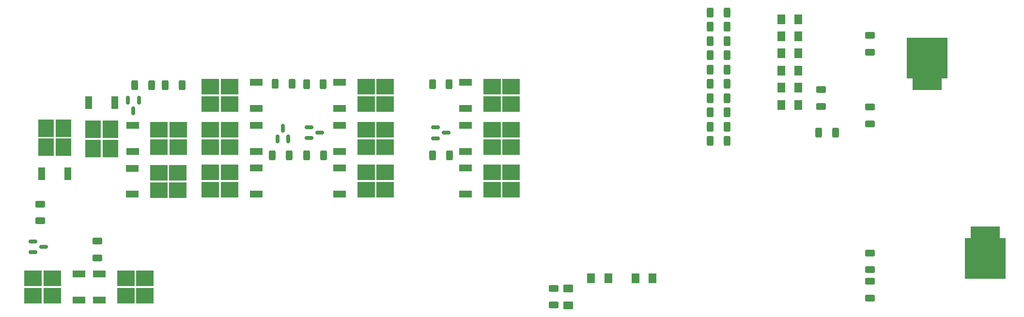
<source format=gbr>
%TF.GenerationSoftware,KiCad,Pcbnew,(6.0.0)*%
%TF.CreationDate,2022-05-14T16:49:07-07:00*%
%TF.ProjectId,Contrl Board GERBER,436f6e74-726c-4204-926f-617264204745,rev?*%
%TF.SameCoordinates,Original*%
%TF.FileFunction,Paste,Top*%
%TF.FilePolarity,Positive*%
%FSLAX46Y46*%
G04 Gerber Fmt 4.6, Leading zero omitted, Abs format (unit mm)*
G04 Created by KiCad (PCBNEW (6.0.0)) date 2022-05-14 16:49:07*
%MOMM*%
%LPD*%
G01*
G04 APERTURE LIST*
G04 Aperture macros list*
%AMRoundRect*
0 Rectangle with rounded corners*
0 $1 Rounding radius*
0 $2 $3 $4 $5 $6 $7 $8 $9 X,Y pos of 4 corners*
0 Add a 4 corners polygon primitive as box body*
4,1,4,$2,$3,$4,$5,$6,$7,$8,$9,$2,$3,0*
0 Add four circle primitives for the rounded corners*
1,1,$1+$1,$2,$3*
1,1,$1+$1,$4,$5*
1,1,$1+$1,$6,$7*
1,1,$1+$1,$8,$9*
0 Add four rect primitives between the rounded corners*
20,1,$1+$1,$2,$3,$4,$5,0*
20,1,$1+$1,$4,$5,$6,$7,0*
20,1,$1+$1,$6,$7,$8,$9,0*
20,1,$1+$1,$8,$9,$2,$3,0*%
%AMFreePoly0*
4,1,21,3.042426,3.042426,3.060000,3.000000,3.060000,-4.000000,3.042426,-4.042426,3.000000,-4.060000,2.060000,-4.060000,2.060000,-6.000000,2.042426,-6.042426,2.000000,-6.060000,-3.000000,-6.060000,-3.042426,-6.042426,-3.060000,-6.000000,-3.060000,-4.060000,-4.000000,-4.060000,-4.042426,-4.042426,-4.060000,-4.000000,-4.060000,3.000000,-4.042426,3.042426,-4.000000,3.060000,3.000000,3.060000,
3.042426,3.042426,3.042426,3.042426,$1*%
G04 Aperture macros list end*
%ADD10RoundRect,0.250001X0.462499X0.624999X-0.462499X0.624999X-0.462499X-0.624999X0.462499X-0.624999X0*%
%ADD11RoundRect,0.250000X0.625000X-0.312500X0.625000X0.312500X-0.625000X0.312500X-0.625000X-0.312500X0*%
%ADD12RoundRect,0.250000X-0.312500X-0.625000X0.312500X-0.625000X0.312500X0.625000X-0.312500X0.625000X0*%
%ADD13R,3.050000X2.750000*%
%ADD14R,2.200000X1.200000*%
%ADD15RoundRect,0.250000X0.312500X0.625000X-0.312500X0.625000X-0.312500X-0.625000X0.312500X-0.625000X0*%
%ADD16RoundRect,0.150000X-0.150000X0.587500X-0.150000X-0.587500X0.150000X-0.587500X0.150000X0.587500X0*%
%ADD17R,2.750000X3.050000*%
%ADD18R,1.200000X2.200000*%
%ADD19RoundRect,0.150000X-0.587500X-0.150000X0.587500X-0.150000X0.587500X0.150000X-0.587500X0.150000X0*%
%ADD20RoundRect,0.250000X-0.625000X0.312500X-0.625000X-0.312500X0.625000X-0.312500X0.625000X0.312500X0*%
%ADD21RoundRect,0.150000X0.150000X-0.587500X0.150000X0.587500X-0.150000X0.587500X-0.150000X-0.587500X0*%
%ADD22RoundRect,0.250001X-0.624999X0.462499X-0.624999X-0.462499X0.624999X-0.462499X0.624999X0.462499X0*%
%ADD23FreePoly0,180.000000*%
%ADD24FreePoly0,0.000000*%
G04 APERTURE END LIST*
D10*
%TO.C,D207*%
X157175000Y-25710000D03*
X154200000Y-25710000D03*
%TD*%
D11*
%TO.C,R142*%
X161180000Y-37992500D03*
X161180000Y-35067500D03*
%TD*%
D12*
%TO.C,R128*%
X141757500Y-39030000D03*
X144682500Y-39030000D03*
%TD*%
D11*
%TO.C,R98*%
X24680000Y-57992500D03*
X24680000Y-55067500D03*
%TD*%
%TO.C,R143*%
X169700000Y-28475000D03*
X169700000Y-25550000D03*
%TD*%
D12*
%TO.C,R127*%
X141757500Y-36530000D03*
X144682500Y-36530000D03*
%TD*%
D13*
%TO.C,Q33*%
X84975000Y-34525000D03*
X81625000Y-34525000D03*
X81625000Y-37575000D03*
X84975000Y-37575000D03*
D14*
X77000000Y-33770000D03*
X77000000Y-38330000D03*
%TD*%
D15*
%TO.C,R125*%
X68142500Y-46570000D03*
X65217500Y-46570000D03*
%TD*%
D16*
%TO.C,Q24*%
X41900000Y-36912500D03*
X40000000Y-36912500D03*
X40950000Y-38787500D03*
%TD*%
D13*
%TO.C,Q35*%
X81625000Y-52575000D03*
X84975000Y-52575000D03*
X81625000Y-49525000D03*
X84975000Y-49525000D03*
D14*
X77000000Y-48770000D03*
X77000000Y-53330000D03*
%TD*%
D12*
%TO.C,R100*%
X141757500Y-44030000D03*
X144682500Y-44030000D03*
%TD*%
D17*
%TO.C,Q23*%
X36950000Y-45325000D03*
X33900000Y-45325000D03*
X36950000Y-41975000D03*
X33900000Y-41975000D03*
D18*
X37705000Y-37350000D03*
X33145000Y-37350000D03*
%TD*%
D13*
%TO.C,Q31*%
X57775000Y-52575000D03*
X57775000Y-49525000D03*
X54425000Y-49525000D03*
X54425000Y-52575000D03*
D14*
X62400000Y-53330000D03*
X62400000Y-48770000D03*
%TD*%
D11*
%TO.C,R124*%
X114430000Y-72742500D03*
X114430000Y-69817500D03*
%TD*%
D10*
%TO.C,D213*%
X123937500Y-68050000D03*
X120962500Y-68050000D03*
%TD*%
D12*
%TO.C,R120*%
X141757500Y-31530000D03*
X144682500Y-31530000D03*
%TD*%
D19*
%TO.C,Q4*%
X23412500Y-61600000D03*
X23412500Y-63500000D03*
X25287500Y-62550000D03*
%TD*%
D12*
%TO.C,R119*%
X141757500Y-21530000D03*
X144682500Y-21530000D03*
%TD*%
D13*
%TO.C,Q38*%
X103625000Y-42025000D03*
X103625000Y-45075000D03*
X106975000Y-42025000D03*
X106975000Y-45075000D03*
D14*
X99000000Y-41270000D03*
X99000000Y-45830000D03*
%TD*%
D12*
%TO.C,R112*%
X141757500Y-24030000D03*
X144682500Y-24030000D03*
%TD*%
D10*
%TO.C,D210*%
X157175000Y-34710000D03*
X154200000Y-34710000D03*
%TD*%
D13*
%TO.C,Q39*%
X103625000Y-52575000D03*
X106975000Y-52575000D03*
X103625000Y-49525000D03*
X106975000Y-49525000D03*
D14*
X99000000Y-48770000D03*
X99000000Y-53330000D03*
%TD*%
D13*
%TO.C,Q34*%
X81625000Y-45075000D03*
X84975000Y-45075000D03*
X81625000Y-42025000D03*
X84975000Y-42025000D03*
D14*
X77000000Y-41270000D03*
X77000000Y-45830000D03*
%TD*%
D13*
%TO.C,Q1*%
X26775000Y-68025000D03*
X26775000Y-71075000D03*
X23425000Y-68025000D03*
X23425000Y-71075000D03*
D14*
X31400000Y-71830000D03*
X31400000Y-67270000D03*
%TD*%
D20*
%TO.C,R146*%
X169720000Y-63607500D03*
X169720000Y-66532500D03*
%TD*%
D12*
%TO.C,R131*%
X141757500Y-41530000D03*
X144682500Y-41530000D03*
%TD*%
D15*
%TO.C,R137*%
X96142500Y-34070000D03*
X93217500Y-34070000D03*
%TD*%
D13*
%TO.C,Q28*%
X57775000Y-34525000D03*
X54425000Y-34525000D03*
X54425000Y-37575000D03*
X57775000Y-37575000D03*
D14*
X62400000Y-38330000D03*
X62400000Y-33770000D03*
%TD*%
D15*
%TO.C,R129*%
X74142500Y-34070000D03*
X71217500Y-34070000D03*
%TD*%
D21*
%TO.C,Q32*%
X66150000Y-43637500D03*
X68050000Y-43637500D03*
X67100000Y-41762500D03*
%TD*%
D12*
%TO.C,R115*%
X46507500Y-34280000D03*
X49432500Y-34280000D03*
%TD*%
D11*
%TO.C,R97*%
X34680000Y-64492500D03*
X34680000Y-61567500D03*
%TD*%
D20*
%TO.C,R148*%
X169720000Y-38107500D03*
X169720000Y-41032500D03*
%TD*%
D12*
%TO.C,R130*%
X71257500Y-46530000D03*
X74182500Y-46530000D03*
%TD*%
D10*
%TO.C,D206*%
X157175000Y-22710000D03*
X154200000Y-22710000D03*
%TD*%
D13*
%TO.C,Q29*%
X57775000Y-45075000D03*
X54425000Y-42025000D03*
X57775000Y-42025000D03*
X54425000Y-45075000D03*
D14*
X62400000Y-45830000D03*
X62400000Y-41270000D03*
%TD*%
D13*
%TO.C,Q37*%
X103625000Y-37575000D03*
X106975000Y-34525000D03*
X106975000Y-37575000D03*
X103625000Y-34525000D03*
D14*
X99000000Y-33770000D03*
X99000000Y-38330000D03*
%TD*%
D19*
%TO.C,Q40*%
X93762500Y-41650000D03*
X93762500Y-43550000D03*
X95637500Y-42600000D03*
%TD*%
D17*
%TO.C,Q2*%
X25675000Y-45125000D03*
X28725000Y-41775000D03*
X28725000Y-45125000D03*
X25675000Y-41775000D03*
D18*
X24920000Y-49750000D03*
X29480000Y-49750000D03*
%TD*%
D19*
%TO.C,Q36*%
X71662500Y-41600000D03*
X71662500Y-43500000D03*
X73537500Y-42550000D03*
%TD*%
D12*
%TO.C,R126*%
X141757500Y-34030000D03*
X144682500Y-34030000D03*
%TD*%
%TO.C,R139*%
X160757500Y-42530000D03*
X163682500Y-42530000D03*
%TD*%
D22*
%TO.C,D212*%
X116950000Y-69812500D03*
X116950000Y-72787500D03*
%TD*%
D13*
%TO.C,Q20*%
X45425000Y-42050000D03*
X45425000Y-45100000D03*
X48775000Y-42050000D03*
X48775000Y-45100000D03*
D14*
X40800000Y-41295000D03*
X40800000Y-45855000D03*
%TD*%
D11*
%TO.C,R144*%
X169680000Y-71492500D03*
X169680000Y-68567500D03*
%TD*%
D12*
%TO.C,R108*%
X141757500Y-26530000D03*
X144682500Y-26530000D03*
%TD*%
D10*
%TO.C,D211*%
X157175000Y-37710000D03*
X154200000Y-37710000D03*
%TD*%
D12*
%TO.C,R123*%
X65757500Y-34030000D03*
X68682500Y-34030000D03*
%TD*%
D23*
%TO.C,Q42*%
X189300000Y-65050000D03*
%TD*%
D12*
%TO.C,R104*%
X141757500Y-29030000D03*
X144682500Y-29030000D03*
%TD*%
%TO.C,R117*%
X41207500Y-34280000D03*
X44132500Y-34280000D03*
%TD*%
D24*
%TO.C,Q41*%
X180200000Y-29050000D03*
%TD*%
D10*
%TO.C,D214*%
X131687500Y-68050000D03*
X128712500Y-68050000D03*
%TD*%
D12*
%TO.C,R138*%
X93257500Y-46530000D03*
X96182500Y-46530000D03*
%TD*%
D13*
%TO.C,Q3*%
X42975000Y-71075000D03*
X39625000Y-68025000D03*
X42975000Y-68025000D03*
X39625000Y-71075000D03*
D14*
X35000000Y-67270000D03*
X35000000Y-71830000D03*
%TD*%
D10*
%TO.C,D209*%
X157175000Y-31710000D03*
X154200000Y-31710000D03*
%TD*%
D13*
%TO.C,Q21*%
X45400000Y-52600000D03*
X48750000Y-52600000D03*
X48750000Y-49550000D03*
X45400000Y-49550000D03*
D14*
X40775000Y-48795000D03*
X40775000Y-53355000D03*
%TD*%
D10*
%TO.C,D208*%
X157175000Y-28710000D03*
X154200000Y-28710000D03*
%TD*%
M02*

</source>
